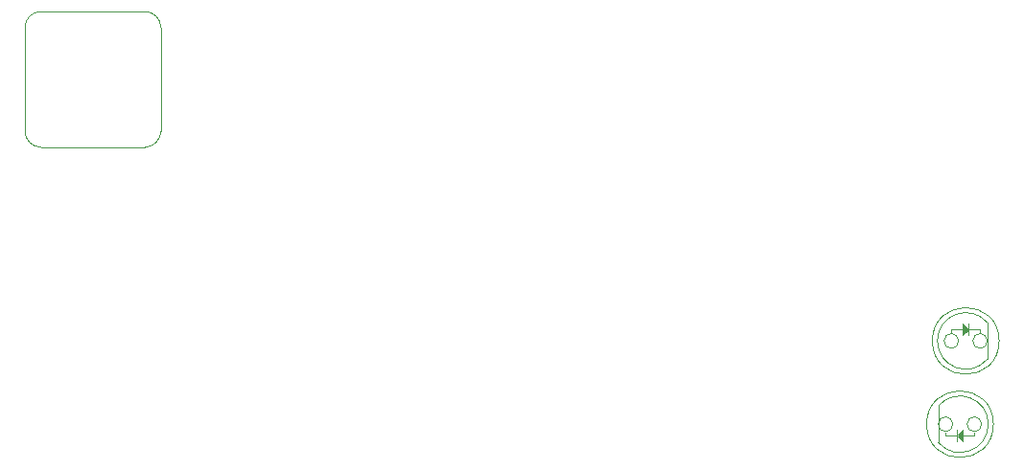
<source format=gm1>
G04*
G04 #@! TF.GenerationSoftware,Altium Limited,Altium Designer,21.2.1 (34)*
G04*
G04 Layer_Color=16711935*
%FSTAX24Y24*%
%MOIN*%
G70*
G04*
G04 #@! TF.SameCoordinates,A1A6E38C-14B6-47A5-B441-A3D0562B644C*
G04*
G04*
G04 #@! TF.FilePolarity,Positive*
G04*
G01*
G75*
%ADD17C,0.0039*%
%ADD117C,0.0020*%
D17*
X016367Y030563D02*
G03*
X015811Y031122I-000555J000004D01*
G01*
X015807Y026397D02*
G03*
X016367Y026957I0J000559D01*
G01*
X011642Y026953D02*
G03*
X012197Y026397I000555J0D01*
G01*
Y031122D02*
G03*
X011642Y030567I0J-000555D01*
G01*
Y026953D02*
Y030567D01*
X012197Y026397D02*
X015807D01*
X016367Y026957D02*
Y030563D01*
X012197Y031122D02*
X015811D01*
D117*
X045094Y020295D02*
G03*
X045097Y019009I-000744J-000645D01*
G01*
X045106Y01965D02*
G03*
X045106Y01965I-000256J0D01*
G01*
X044106D02*
G03*
X044106Y01965I-000256J0D01*
G01*
X045511D02*
G03*
X045511Y01965I-001161J0D01*
G01*
X043406Y016105D02*
G03*
X043403Y017391I000744J000645D01*
G01*
X043906Y01675D02*
G03*
X043906Y01675I-000256J0D01*
G01*
X044906D02*
G03*
X044906Y01675I-000256J0D01*
G01*
X045311D02*
G03*
X045311Y01675I-001161J0D01*
G01*
X045095Y019009D02*
X045095Y020295D01*
X04425Y01985D02*
X04425Y02025D01*
X04445Y02005D01*
X04425Y01985D02*
X04445Y02005D01*
Y01985D02*
Y02025D01*
Y02005D02*
X04475D01*
X04485D01*
X04485Y01995D01*
X04385Y02005D02*
X04425D01*
X04385Y01995D02*
Y02005D01*
X04428Y02022D02*
X04428Y01988D01*
X04431Y02019D02*
X04431Y01991D01*
X04434Y02016D02*
X04434Y01994D01*
X04437Y01997D02*
Y02013D01*
X0444Y02D02*
X0444Y0201D01*
X04425Y01985D02*
X04428Y01988D01*
X04431Y01991D01*
X04434Y01994D02*
X04437Y01997D01*
X0444Y02D01*
X043405Y016105D02*
X043405Y017391D01*
X04425Y01615D02*
X04425Y01655D01*
X04405Y01635D02*
X04425Y01615D01*
X04405Y01635D02*
X04425Y01655D01*
X04405Y01615D02*
Y01655D01*
X04375Y01635D02*
X04405D01*
X04365D02*
X04375D01*
X04365Y01645D02*
X04365Y01635D01*
X04425D02*
X04465D01*
Y01645D01*
X04422Y01652D02*
X04422Y01618D01*
X04419Y01649D02*
X04419Y01621D01*
X04416Y01646D02*
X04416Y01624D01*
X04413Y01627D02*
Y01643D01*
X0441Y0163D02*
X0441Y0164D01*
X04422Y01652D02*
X04425Y01655D01*
X04419Y01649D02*
X04422Y01652D01*
X04413Y01643D02*
X04416Y01646D01*
X0441Y0164D02*
X04413Y01643D01*
M02*

</source>
